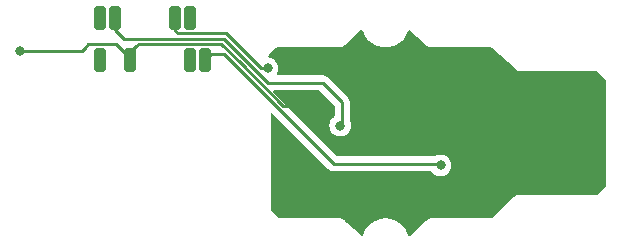
<source format=gbl>
%TF.GenerationSoftware,KiCad,Pcbnew,(6.0.1)*%
%TF.CreationDate,2022-03-09T13:14:17-07:00*%
%TF.ProjectId,MShaw_4gbNandExtensionQSB_V2.6,4d536861-775f-4346-9762-4e616e644578,rev?*%
%TF.SameCoordinates,Original*%
%TF.FileFunction,Copper,L2,Bot*%
%TF.FilePolarity,Positive*%
%FSLAX46Y46*%
G04 Gerber Fmt 4.6, Leading zero omitted, Abs format (unit mm)*
G04 Created by KiCad (PCBNEW (6.0.1)) date 2022-03-09 13:14:17*
%MOMM*%
%LPD*%
G01*
G04 APERTURE LIST*
G04 Aperture macros list*
%AMRoundRect*
0 Rectangle with rounded corners*
0 $1 Rounding radius*
0 $2 $3 $4 $5 $6 $7 $8 $9 X,Y pos of 4 corners*
0 Add a 4 corners polygon primitive as box body*
4,1,4,$2,$3,$4,$5,$6,$7,$8,$9,$2,$3,0*
0 Add four circle primitives for the rounded corners*
1,1,$1+$1,$2,$3*
1,1,$1+$1,$4,$5*
1,1,$1+$1,$6,$7*
1,1,$1+$1,$8,$9*
0 Add four rect primitives between the rounded corners*
20,1,$1+$1,$2,$3,$4,$5,0*
20,1,$1+$1,$4,$5,$6,$7,0*
20,1,$1+$1,$6,$7,$8,$9,0*
20,1,$1+$1,$8,$9,$2,$3,0*%
G04 Aperture macros list end*
%TA.AperFunction,ComponentPad*%
%ADD10RoundRect,0.250000X0.250000X-0.750000X0.250000X0.750000X-0.250000X0.750000X-0.250000X-0.750000X0*%
%TD*%
%TA.AperFunction,ViaPad*%
%ADD11C,0.800000*%
%TD*%
%TA.AperFunction,Conductor*%
%ADD12C,0.250000*%
%TD*%
G04 APERTURE END LIST*
D10*
%TO.P,J3,1,Pin_1*%
%TO.N,+5V*%
X131570000Y-95500000D03*
%TO.P,J3,2,Pin_2*%
%TO.N,Net-(J2-Pad3)*%
X132840000Y-95500000D03*
%TO.P,J3,6,Pin_6*%
%TO.N,Net-(J2-Pad2)*%
X137920000Y-95500000D03*
%TO.P,J3,7,Pin_7*%
%TO.N,Net-(J2-Pad8)*%
X139190000Y-95500000D03*
%TD*%
%TO.P,J1,1,Pin_1*%
%TO.N,Net-(J1-Pad1)*%
X131570000Y-99050000D03*
%TO.P,J1,3,Pin_3*%
%TO.N,GND*%
X134110000Y-99050000D03*
%TO.P,J1,7,Pin_7*%
%TO.N,Net-(J1-Pad7)*%
X139190000Y-99050000D03*
%TO.P,J1,8,Pin_8*%
%TO.N,Net-(J1-Pad8)*%
X140460000Y-99050000D03*
%TD*%
D11*
%TO.N,GND*%
X124760000Y-98300000D03*
X150380000Y-108740000D03*
X157850000Y-97170000D03*
X149450000Y-103070000D03*
X166100000Y-105920000D03*
X155350000Y-105420000D03*
%TO.N,Net-(J2-Pad2)*%
X145760000Y-99800000D03*
%TO.N,Net-(J2-Pad3)*%
X151910000Y-104640000D03*
%TO.N,Net-(J1-Pad8)*%
X160410000Y-108000000D03*
%TD*%
D12*
%TO.N,GND*%
X143492859Y-99367141D02*
X147075718Y-102950000D01*
X147075718Y-102950000D02*
X149610000Y-102950000D01*
X141851198Y-97725480D02*
X134834520Y-97725480D01*
X134834520Y-97725480D02*
X134660000Y-97900000D01*
X130260000Y-98050000D02*
X130584520Y-97725480D01*
X130584520Y-97725480D02*
X132910500Y-97725480D01*
X130260000Y-98050000D02*
X130010000Y-98300000D01*
X134110000Y-98924980D02*
X134110000Y-98450000D01*
X130010000Y-98300000D02*
X124760000Y-98300000D01*
X143492859Y-99367141D02*
X141851198Y-97725480D01*
X132910500Y-97725480D02*
X134110000Y-98924980D01*
X134110000Y-98450000D02*
X134660000Y-97900000D01*
%TO.N,Net-(J2-Pad2)*%
X145760000Y-99800000D02*
X145197154Y-99800000D01*
X145197154Y-99800000D02*
X142223592Y-96826440D01*
X142223592Y-96826440D02*
X138136440Y-96826440D01*
X138136440Y-96826440D02*
X137920000Y-96610000D01*
X137920000Y-96610000D02*
X137920000Y-95675020D01*
%TO.N,Net-(J2-Pad3)*%
X145791436Y-101030000D02*
X142037395Y-97275960D01*
X152070000Y-104520000D02*
X152070000Y-102680000D01*
X152070000Y-102680000D02*
X150420000Y-101030000D01*
X132840000Y-96530000D02*
X132840000Y-95675020D01*
X133585960Y-97275960D02*
X132840000Y-96530000D01*
X142037395Y-97275960D02*
X133585960Y-97275960D01*
X150420000Y-101030000D02*
X145791436Y-101030000D01*
%TO.N,Net-(J1-Pad8)*%
X146025000Y-102535000D02*
X142040000Y-98550000D01*
X142040000Y-98550000D02*
X141010000Y-98550000D01*
X141010000Y-98550000D02*
X140635020Y-98924980D01*
X146025000Y-102535000D02*
X151370000Y-107880000D01*
X140635020Y-98924980D02*
X140460000Y-98924980D01*
X151370000Y-107880000D02*
X160570000Y-107880000D01*
%TD*%
%TA.AperFunction,Conductor*%
%TO.N,GND*%
G36*
X157828399Y-96549798D02*
G01*
X157855627Y-96569120D01*
X158449785Y-97122683D01*
X159162861Y-97787039D01*
X159201799Y-97823317D01*
X159206164Y-97827882D01*
X159209160Y-97832631D01*
X159258557Y-97876257D01*
X159261000Y-97878474D01*
X159280400Y-97896548D01*
X159284083Y-97899110D01*
X159285962Y-97900626D01*
X159290240Y-97904238D01*
X159318228Y-97928956D01*
X159335525Y-97937077D01*
X159353922Y-97947694D01*
X159369604Y-97958603D01*
X159403804Y-97970063D01*
X159417301Y-97975471D01*
X159449948Y-97990799D01*
X159458821Y-97992180D01*
X159458823Y-97992181D01*
X159468819Y-97993737D01*
X159489462Y-97998763D01*
X159507579Y-98004834D01*
X159516548Y-98005182D01*
X159516551Y-98005183D01*
X159543611Y-98006234D01*
X159550759Y-98006927D01*
X159550763Y-98006876D01*
X159555611Y-98007251D01*
X159560423Y-98008000D01*
X159586641Y-98008000D01*
X159591532Y-98008095D01*
X159644013Y-98010134D01*
X159644016Y-98010134D01*
X159652984Y-98010482D01*
X159660749Y-98008535D01*
X159671092Y-98008000D01*
X164700397Y-98008000D01*
X164768518Y-98028002D01*
X164786294Y-98041817D01*
X166751780Y-99873293D01*
X166756158Y-99877872D01*
X166759160Y-99882631D01*
X166765888Y-99888573D01*
X166808501Y-99926207D01*
X166810992Y-99928467D01*
X166830370Y-99946524D01*
X166834049Y-99949084D01*
X166835980Y-99950642D01*
X166840254Y-99954251D01*
X166856472Y-99968573D01*
X166868228Y-99978956D01*
X166876352Y-99982770D01*
X166876353Y-99982771D01*
X166879716Y-99984350D01*
X166885500Y-99987065D01*
X166903905Y-99997687D01*
X166919570Y-100008586D01*
X166928081Y-100011439D01*
X166928082Y-100011439D01*
X166953787Y-100020054D01*
X166967287Y-100025465D01*
X166999948Y-100040799D01*
X167018800Y-100043734D01*
X167039453Y-100048765D01*
X167049028Y-100051974D01*
X167049030Y-100051974D01*
X167057541Y-100054827D01*
X167076961Y-100055583D01*
X167093600Y-100056231D01*
X167100757Y-100056925D01*
X167100761Y-100056876D01*
X167105613Y-100057251D01*
X167110423Y-100058000D01*
X167136611Y-100058000D01*
X167141511Y-100058095D01*
X167193975Y-100060137D01*
X167193976Y-100060137D01*
X167202946Y-100060486D01*
X167210725Y-100058536D01*
X167221097Y-100058000D01*
X173647389Y-100058000D01*
X173715510Y-100078002D01*
X173736485Y-100094905D01*
X174365096Y-100723517D01*
X174399121Y-100785829D01*
X174402000Y-100812612D01*
X174402000Y-109787388D01*
X174381998Y-109855509D01*
X174365096Y-109876483D01*
X173736485Y-110505095D01*
X173674172Y-110539120D01*
X173647389Y-110542000D01*
X167022070Y-110542000D01*
X167010375Y-110541456D01*
X167006361Y-110541082D01*
X166997632Y-110538990D01*
X166988670Y-110539432D01*
X166988667Y-110539432D01*
X166939736Y-110541847D01*
X166933526Y-110542000D01*
X166913523Y-110542000D01*
X166909087Y-110542635D01*
X166909076Y-110542636D01*
X166907171Y-110542909D01*
X166895520Y-110544029D01*
X166852295Y-110546162D01*
X166841100Y-110550044D01*
X166817680Y-110555726D01*
X166805955Y-110557405D01*
X166797781Y-110561121D01*
X166797779Y-110561122D01*
X166766572Y-110575311D01*
X166755703Y-110579656D01*
X166723291Y-110590895D01*
X166723289Y-110590896D01*
X166714811Y-110593836D01*
X166707497Y-110599038D01*
X166707496Y-110599039D01*
X166705154Y-110600705D01*
X166684281Y-110612726D01*
X166673490Y-110617633D01*
X166666689Y-110623493D01*
X166640702Y-110645884D01*
X166631497Y-110653098D01*
X166627682Y-110655812D01*
X166627678Y-110655815D01*
X166623703Y-110658643D01*
X166609811Y-110672188D01*
X166604106Y-110677417D01*
X166570055Y-110706757D01*
X166570051Y-110706762D01*
X166563253Y-110712619D01*
X166558372Y-110720149D01*
X166552469Y-110726916D01*
X166552090Y-110726585D01*
X166544414Y-110735949D01*
X165697623Y-111561571D01*
X164781188Y-112455096D01*
X164780039Y-112456216D01*
X164717301Y-112489450D01*
X164692078Y-112492000D01*
X159680940Y-112492000D01*
X159674645Y-112491636D01*
X159669217Y-112490204D01*
X159627018Y-112491327D01*
X159603419Y-112491955D01*
X159600067Y-112492000D01*
X159573523Y-112492000D01*
X159569081Y-112492636D01*
X159566657Y-112492809D01*
X159561063Y-112493082D01*
X159541909Y-112493592D01*
X159532730Y-112493836D01*
X159532729Y-112493836D01*
X159523754Y-112494075D01*
X159505565Y-112499923D01*
X159484862Y-112504697D01*
X159474839Y-112506132D01*
X159474835Y-112506133D01*
X159465955Y-112507405D01*
X159457789Y-112511118D01*
X159457785Y-112511119D01*
X159433137Y-112522326D01*
X159419556Y-112527577D01*
X159412198Y-112529943D01*
X159385224Y-112538616D01*
X159369405Y-112549336D01*
X159350875Y-112559729D01*
X159333490Y-112567633D01*
X159326692Y-112573490D01*
X159326691Y-112573491D01*
X159306168Y-112591175D01*
X159300466Y-112595540D01*
X159300498Y-112595581D01*
X159296707Y-112598602D01*
X159292668Y-112601339D01*
X159289103Y-112604661D01*
X159289096Y-112604666D01*
X159273481Y-112619214D01*
X159269844Y-112622473D01*
X159223253Y-112662619D01*
X159218899Y-112669336D01*
X159211692Y-112676782D01*
X157865627Y-113930880D01*
X157802151Y-113962681D01*
X157731559Y-113955116D01*
X157676263Y-113910587D01*
X157661012Y-113880886D01*
X157597504Y-113702194D01*
X157596064Y-113698141D01*
X157469683Y-113454238D01*
X157311268Y-113229814D01*
X157308329Y-113226667D01*
X157126706Y-113032196D01*
X157126701Y-113032191D01*
X157123769Y-113029052D01*
X156910680Y-112855691D01*
X156675969Y-112712961D01*
X156672022Y-112711247D01*
X156672019Y-112711245D01*
X156427961Y-112605235D01*
X156427959Y-112605234D01*
X156424010Y-112603519D01*
X156419869Y-112602359D01*
X156419867Y-112602358D01*
X156282676Y-112563919D01*
X156159494Y-112529405D01*
X155887351Y-112492000D01*
X155612649Y-112492000D01*
X155340506Y-112529405D01*
X155217324Y-112563919D01*
X155080133Y-112602358D01*
X155080131Y-112602359D01*
X155075990Y-112603519D01*
X155072041Y-112605234D01*
X155072039Y-112605235D01*
X154827981Y-112711245D01*
X154827978Y-112711247D01*
X154824031Y-112712961D01*
X154589320Y-112855691D01*
X154376231Y-113029052D01*
X154373299Y-113032191D01*
X154373294Y-113032196D01*
X154191671Y-113226667D01*
X154188732Y-113229814D01*
X154030317Y-113454238D01*
X153903936Y-113698141D01*
X153902496Y-113702194D01*
X153838988Y-113880886D01*
X153797328Y-113938375D01*
X153731201Y-113964215D01*
X153661601Y-113950202D01*
X153634373Y-113930880D01*
X152477936Y-112853455D01*
X152288200Y-112676682D01*
X152283836Y-112672118D01*
X152280840Y-112667369D01*
X152231443Y-112623743D01*
X152228983Y-112621511D01*
X152228302Y-112620876D01*
X152209600Y-112603452D01*
X152205917Y-112600890D01*
X152204038Y-112599374D01*
X152199749Y-112595753D01*
X152171772Y-112571044D01*
X152154475Y-112562923D01*
X152136078Y-112552306D01*
X152120396Y-112541397D01*
X152086196Y-112529937D01*
X152072699Y-112524529D01*
X152040052Y-112509201D01*
X152031179Y-112507820D01*
X152031177Y-112507819D01*
X152021181Y-112506263D01*
X152000538Y-112501237D01*
X151982421Y-112495166D01*
X151973452Y-112494818D01*
X151973449Y-112494817D01*
X151946389Y-112493766D01*
X151939241Y-112493073D01*
X151939237Y-112493124D01*
X151934389Y-112492749D01*
X151929577Y-112492000D01*
X151903359Y-112492000D01*
X151898468Y-112491905D01*
X151845987Y-112489866D01*
X151845984Y-112489866D01*
X151837016Y-112489518D01*
X151829251Y-112491465D01*
X151818908Y-112492000D01*
X146772612Y-112492000D01*
X146704491Y-112471998D01*
X146683517Y-112455096D01*
X146054905Y-111826485D01*
X146020880Y-111764172D01*
X146018000Y-111737389D01*
X146018000Y-103728094D01*
X146038002Y-103659973D01*
X146091658Y-103613480D01*
X146161932Y-103603376D01*
X146226512Y-103632870D01*
X146233095Y-103638999D01*
X150866343Y-108272247D01*
X150873887Y-108280537D01*
X150878000Y-108287018D01*
X150883777Y-108292443D01*
X150927667Y-108333658D01*
X150930509Y-108336413D01*
X150950230Y-108356134D01*
X150953425Y-108358612D01*
X150962447Y-108366318D01*
X150994679Y-108396586D01*
X151001628Y-108400406D01*
X151012432Y-108406346D01*
X151028956Y-108417199D01*
X151044959Y-108429613D01*
X151085543Y-108447176D01*
X151096173Y-108452383D01*
X151134940Y-108473695D01*
X151142617Y-108475666D01*
X151142622Y-108475668D01*
X151154558Y-108478732D01*
X151173266Y-108485137D01*
X151191855Y-108493181D01*
X151199680Y-108494420D01*
X151199682Y-108494421D01*
X151235519Y-108500097D01*
X151247140Y-108502504D01*
X151282289Y-108511528D01*
X151289970Y-108513500D01*
X151310231Y-108513500D01*
X151329940Y-108515051D01*
X151349943Y-108518219D01*
X151357835Y-108517473D01*
X151363062Y-108516979D01*
X151393954Y-108514059D01*
X151405811Y-108513500D01*
X159593753Y-108513500D01*
X159661874Y-108533502D01*
X159687388Y-108555189D01*
X159798747Y-108678866D01*
X159953248Y-108791118D01*
X159959276Y-108793802D01*
X159959278Y-108793803D01*
X160121681Y-108866109D01*
X160127712Y-108868794D01*
X160221113Y-108888647D01*
X160308056Y-108907128D01*
X160308061Y-108907128D01*
X160314513Y-108908500D01*
X160505487Y-108908500D01*
X160511939Y-108907128D01*
X160511944Y-108907128D01*
X160598887Y-108888647D01*
X160692288Y-108868794D01*
X160698319Y-108866109D01*
X160860722Y-108793803D01*
X160860724Y-108793802D01*
X160866752Y-108791118D01*
X161021253Y-108678866D01*
X161149040Y-108536944D01*
X161224441Y-108406346D01*
X161241223Y-108377279D01*
X161241224Y-108377278D01*
X161244527Y-108371556D01*
X161303542Y-108189928D01*
X161323504Y-108000000D01*
X161303542Y-107810072D01*
X161244527Y-107628444D01*
X161149040Y-107463056D01*
X161021253Y-107321134D01*
X160866752Y-107208882D01*
X160860724Y-107206198D01*
X160860722Y-107206197D01*
X160698319Y-107133891D01*
X160698318Y-107133891D01*
X160692288Y-107131206D01*
X160598888Y-107111353D01*
X160511944Y-107092872D01*
X160511939Y-107092872D01*
X160505487Y-107091500D01*
X160314513Y-107091500D01*
X160308061Y-107092872D01*
X160308056Y-107092872D01*
X160221112Y-107111353D01*
X160127712Y-107131206D01*
X160121682Y-107133891D01*
X160121681Y-107133891D01*
X159959278Y-107206197D01*
X159959276Y-107206198D01*
X159953248Y-107208882D01*
X159947910Y-107212760D01*
X159947907Y-107212762D01*
X159934591Y-107222437D01*
X159860531Y-107246500D01*
X151684595Y-107246500D01*
X151616474Y-107226498D01*
X151595500Y-107209595D01*
X146444770Y-102058865D01*
X146444766Y-102058862D01*
X146264499Y-101878595D01*
X146230473Y-101816283D01*
X146235538Y-101745468D01*
X146278085Y-101688632D01*
X146344605Y-101663821D01*
X146353594Y-101663500D01*
X150105406Y-101663500D01*
X150173527Y-101683502D01*
X150194501Y-101700405D01*
X151399595Y-102905499D01*
X151433621Y-102967811D01*
X151436500Y-102994594D01*
X151436500Y-103796850D01*
X151416498Y-103864971D01*
X151384561Y-103898786D01*
X151298747Y-103961134D01*
X151170960Y-104103056D01*
X151075473Y-104268444D01*
X151016458Y-104450072D01*
X150996496Y-104640000D01*
X151016458Y-104829928D01*
X151075473Y-105011556D01*
X151170960Y-105176944D01*
X151298747Y-105318866D01*
X151453248Y-105431118D01*
X151459276Y-105433802D01*
X151459278Y-105433803D01*
X151621681Y-105506109D01*
X151627712Y-105508794D01*
X151721112Y-105528647D01*
X151808056Y-105547128D01*
X151808061Y-105547128D01*
X151814513Y-105548500D01*
X152005487Y-105548500D01*
X152011939Y-105547128D01*
X152011944Y-105547128D01*
X152098887Y-105528647D01*
X152192288Y-105508794D01*
X152198319Y-105506109D01*
X152360722Y-105433803D01*
X152360724Y-105433802D01*
X152366752Y-105431118D01*
X152521253Y-105318866D01*
X152649040Y-105176944D01*
X152744527Y-105011556D01*
X152803542Y-104829928D01*
X152823504Y-104640000D01*
X152803542Y-104450072D01*
X152744527Y-104268444D01*
X152720381Y-104226622D01*
X152703500Y-104163622D01*
X152703500Y-102758763D01*
X152704027Y-102747579D01*
X152705701Y-102740091D01*
X152703562Y-102672032D01*
X152703500Y-102668075D01*
X152703500Y-102640144D01*
X152702994Y-102636138D01*
X152702061Y-102624292D01*
X152700922Y-102588037D01*
X152700673Y-102580110D01*
X152695022Y-102560658D01*
X152691014Y-102541306D01*
X152689468Y-102529068D01*
X152689467Y-102529066D01*
X152688474Y-102521203D01*
X152672194Y-102480086D01*
X152668359Y-102468885D01*
X152656018Y-102426406D01*
X152651985Y-102419587D01*
X152651983Y-102419582D01*
X152645707Y-102408971D01*
X152637010Y-102391221D01*
X152629552Y-102372383D01*
X152603571Y-102336623D01*
X152597053Y-102326701D01*
X152578578Y-102295460D01*
X152578574Y-102295455D01*
X152574542Y-102288637D01*
X152560218Y-102274313D01*
X152547376Y-102259278D01*
X152535472Y-102242893D01*
X152501406Y-102214711D01*
X152492627Y-102206722D01*
X150923652Y-100637747D01*
X150916112Y-100629461D01*
X150912000Y-100622982D01*
X150862348Y-100576356D01*
X150859507Y-100573602D01*
X150839770Y-100553865D01*
X150836573Y-100551385D01*
X150827551Y-100543680D01*
X150801100Y-100518841D01*
X150795321Y-100513414D01*
X150788375Y-100509595D01*
X150788372Y-100509593D01*
X150777566Y-100503652D01*
X150761047Y-100492801D01*
X150759434Y-100491550D01*
X150745041Y-100480386D01*
X150737772Y-100477241D01*
X150737768Y-100477238D01*
X150704463Y-100462826D01*
X150693813Y-100457609D01*
X150655060Y-100436305D01*
X150635437Y-100431267D01*
X150616734Y-100424863D01*
X150605420Y-100419967D01*
X150605419Y-100419967D01*
X150598145Y-100416819D01*
X150590322Y-100415580D01*
X150590312Y-100415577D01*
X150554476Y-100409901D01*
X150542856Y-100407495D01*
X150507711Y-100398472D01*
X150507710Y-100398472D01*
X150500030Y-100396500D01*
X150479776Y-100396500D01*
X150460065Y-100394949D01*
X150447886Y-100393020D01*
X150440057Y-100391780D01*
X150432165Y-100392526D01*
X150396039Y-100395941D01*
X150384181Y-100396500D01*
X146682894Y-100396500D01*
X146614773Y-100376498D01*
X146568280Y-100322842D01*
X146558176Y-100252568D01*
X146573774Y-100207501D01*
X146575504Y-100204504D01*
X146594527Y-100171556D01*
X146653542Y-99989928D01*
X146657091Y-99956166D01*
X146672814Y-99806565D01*
X146673504Y-99800000D01*
X146653542Y-99610072D01*
X146594527Y-99428444D01*
X146499040Y-99263056D01*
X146410748Y-99164997D01*
X146375675Y-99126045D01*
X146375674Y-99126044D01*
X146371253Y-99121134D01*
X146216752Y-99008882D01*
X146210724Y-99006198D01*
X146210722Y-99006197D01*
X146048319Y-98933891D01*
X146048318Y-98933891D01*
X146042288Y-98931206D01*
X146035827Y-98929833D01*
X146035822Y-98929831D01*
X145901971Y-98901379D01*
X145839497Y-98867651D01*
X145805176Y-98805501D01*
X145809904Y-98734662D01*
X145842212Y-98688182D01*
X145841225Y-98687195D01*
X145852177Y-98676243D01*
X145859025Y-98669885D01*
X145889944Y-98643244D01*
X145889948Y-98643239D01*
X145896747Y-98637381D01*
X145901630Y-98629847D01*
X145907104Y-98623572D01*
X145916668Y-98611752D01*
X146483515Y-98044905D01*
X146545827Y-98010879D01*
X146572610Y-98008000D01*
X151809052Y-98008000D01*
X151815352Y-98008364D01*
X151820783Y-98009797D01*
X151829762Y-98009558D01*
X151886601Y-98008045D01*
X151889954Y-98008000D01*
X151916477Y-98008000D01*
X151920910Y-98007365D01*
X151923336Y-98007192D01*
X151928939Y-98006918D01*
X151957270Y-98006164D01*
X151957271Y-98006164D01*
X151966245Y-98005925D01*
X151974791Y-98003177D01*
X151974793Y-98003177D01*
X151984432Y-98000078D01*
X152005130Y-97995304D01*
X152007893Y-97994908D01*
X152024045Y-97992595D01*
X152032211Y-97988882D01*
X152032218Y-97988880D01*
X152056866Y-97977673D01*
X152070451Y-97972420D01*
X152070588Y-97972376D01*
X152104776Y-97961384D01*
X152120595Y-97950664D01*
X152139125Y-97940271D01*
X152156510Y-97932367D01*
X152183836Y-97908822D01*
X152189534Y-97904460D01*
X152189502Y-97904419D01*
X152193293Y-97901398D01*
X152197332Y-97898661D01*
X152200897Y-97895339D01*
X152200904Y-97895334D01*
X152216519Y-97880786D01*
X152220161Y-97877522D01*
X152259946Y-97843241D01*
X152266747Y-97837381D01*
X152271101Y-97830664D01*
X152278308Y-97823218D01*
X153624373Y-96569120D01*
X153687849Y-96537319D01*
X153758441Y-96544884D01*
X153813737Y-96589413D01*
X153828988Y-96619114D01*
X153842626Y-96657486D01*
X153893936Y-96801859D01*
X154020317Y-97045762D01*
X154178732Y-97270186D01*
X154181670Y-97273332D01*
X154181671Y-97273333D01*
X154363294Y-97467804D01*
X154363299Y-97467809D01*
X154366231Y-97470948D01*
X154579320Y-97644309D01*
X154814031Y-97787039D01*
X154817978Y-97788753D01*
X154817981Y-97788755D01*
X155059104Y-97893490D01*
X155065990Y-97896481D01*
X155070131Y-97897641D01*
X155070133Y-97897642D01*
X155159576Y-97922703D01*
X155330506Y-97970595D01*
X155602649Y-98008000D01*
X155877351Y-98008000D01*
X156149494Y-97970595D01*
X156320424Y-97922703D01*
X156409867Y-97897642D01*
X156409869Y-97897641D01*
X156414010Y-97896481D01*
X156420896Y-97893490D01*
X156662019Y-97788755D01*
X156662022Y-97788753D01*
X156665969Y-97787039D01*
X156900680Y-97644309D01*
X157113769Y-97470948D01*
X157116701Y-97467809D01*
X157116706Y-97467804D01*
X157298329Y-97273333D01*
X157298330Y-97273332D01*
X157301268Y-97270186D01*
X157459683Y-97045762D01*
X157586064Y-96801859D01*
X157637374Y-96657486D01*
X157651012Y-96619114D01*
X157692672Y-96561625D01*
X157758799Y-96535785D01*
X157828399Y-96549798D01*
G37*
%TD.AperFunction*%
%TD*%
M02*

</source>
